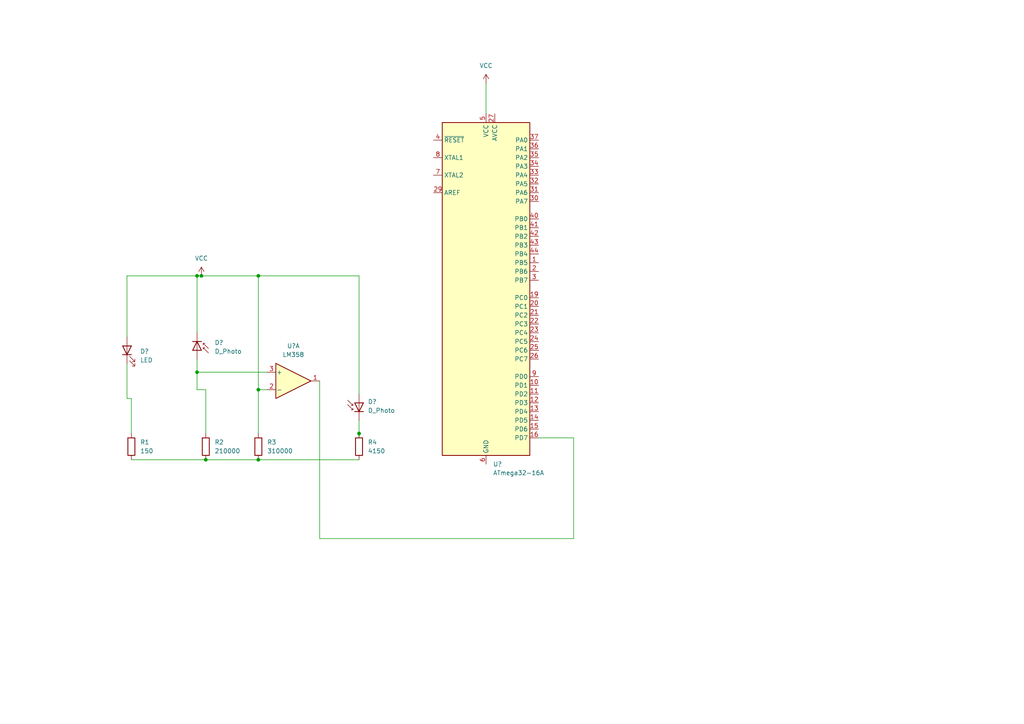
<source format=kicad_sch>
(kicad_sch (version 20211123) (generator eeschema)

  (uuid 14680b86-270f-4a11-ae99-c4b62a23e833)

  (paper "A4")

  (lib_symbols
    (symbol "Amplifier_Operational:LM358" (pin_names (offset 0.127)) (in_bom yes) (on_board yes)
      (property "Reference" "U" (id 0) (at 0 5.08 0)
        (effects (font (size 1.27 1.27)) (justify left))
      )
      (property "Value" "LM358" (id 1) (at 0 -5.08 0)
        (effects (font (size 1.27 1.27)) (justify left))
      )
      (property "Footprint" "" (id 2) (at 0 0 0)
        (effects (font (size 1.27 1.27)) hide)
      )
      (property "Datasheet" "http://www.ti.com/lit/ds/symlink/lm2904-n.pdf" (id 3) (at 0 0 0)
        (effects (font (size 1.27 1.27)) hide)
      )
      (property "ki_locked" "" (id 4) (at 0 0 0)
        (effects (font (size 1.27 1.27)))
      )
      (property "ki_keywords" "dual opamp" (id 5) (at 0 0 0)
        (effects (font (size 1.27 1.27)) hide)
      )
      (property "ki_description" "Low-Power, Dual Operational Amplifiers, DIP-8/SOIC-8/TO-99-8" (id 6) (at 0 0 0)
        (effects (font (size 1.27 1.27)) hide)
      )
      (property "ki_fp_filters" "SOIC*3.9x4.9mm*P1.27mm* DIP*W7.62mm* TO*99* OnSemi*Micro8* TSSOP*3x3mm*P0.65mm* TSSOP*4.4x3mm*P0.65mm* MSOP*3x3mm*P0.65mm* SSOP*3.9x4.9mm*P0.635mm* LFCSP*2x2mm*P0.5mm* *SIP* SOIC*5.3x6.2mm*P1.27mm*" (id 7) (at 0 0 0)
        (effects (font (size 1.27 1.27)) hide)
      )
      (symbol "LM358_1_1"
        (polyline
          (pts
            (xy -5.08 5.08)
            (xy 5.08 0)
            (xy -5.08 -5.08)
            (xy -5.08 5.08)
          )
          (stroke (width 0.254) (type default) (color 0 0 0 0))
          (fill (type background))
        )
        (pin output line (at 7.62 0 180) (length 2.54)
          (name "~" (effects (font (size 1.27 1.27))))
          (number "1" (effects (font (size 1.27 1.27))))
        )
        (pin input line (at -7.62 -2.54 0) (length 2.54)
          (name "-" (effects (font (size 1.27 1.27))))
          (number "2" (effects (font (size 1.27 1.27))))
        )
        (pin input line (at -7.62 2.54 0) (length 2.54)
          (name "+" (effects (font (size 1.27 1.27))))
          (number "3" (effects (font (size 1.27 1.27))))
        )
      )
      (symbol "LM358_2_1"
        (polyline
          (pts
            (xy -5.08 5.08)
            (xy 5.08 0)
            (xy -5.08 -5.08)
            (xy -5.08 5.08)
          )
          (stroke (width 0.254) (type default) (color 0 0 0 0))
          (fill (type background))
        )
        (pin input line (at -7.62 2.54 0) (length 2.54)
          (name "+" (effects (font (size 1.27 1.27))))
          (number "5" (effects (font (size 1.27 1.27))))
        )
        (pin input line (at -7.62 -2.54 0) (length 2.54)
          (name "-" (effects (font (size 1.27 1.27))))
          (number "6" (effects (font (size 1.27 1.27))))
        )
        (pin output line (at 7.62 0 180) (length 2.54)
          (name "~" (effects (font (size 1.27 1.27))))
          (number "7" (effects (font (size 1.27 1.27))))
        )
      )
      (symbol "LM358_3_1"
        (pin power_in line (at -2.54 -7.62 90) (length 3.81)
          (name "V-" (effects (font (size 1.27 1.27))))
          (number "4" (effects (font (size 1.27 1.27))))
        )
        (pin power_in line (at -2.54 7.62 270) (length 3.81)
          (name "V+" (effects (font (size 1.27 1.27))))
          (number "8" (effects (font (size 1.27 1.27))))
        )
      )
    )
    (symbol "Device:D_Photo" (pin_numbers hide) (pin_names hide) (in_bom yes) (on_board yes)
      (property "Reference" "D" (id 0) (at 0.508 1.778 0)
        (effects (font (size 1.27 1.27)) (justify left))
      )
      (property "Value" "D_Photo" (id 1) (at -1.016 -2.794 0)
        (effects (font (size 1.27 1.27)))
      )
      (property "Footprint" "" (id 2) (at -1.27 0 0)
        (effects (font (size 1.27 1.27)) hide)
      )
      (property "Datasheet" "~" (id 3) (at -1.27 0 0)
        (effects (font (size 1.27 1.27)) hide)
      )
      (property "ki_keywords" "photodiode diode opto" (id 4) (at 0 0 0)
        (effects (font (size 1.27 1.27)) hide)
      )
      (property "ki_description" "Photodiode" (id 5) (at 0 0 0)
        (effects (font (size 1.27 1.27)) hide)
      )
      (symbol "D_Photo_0_1"
        (polyline
          (pts
            (xy -2.54 1.27)
            (xy -2.54 -1.27)
          )
          (stroke (width 0.254) (type default) (color 0 0 0 0))
          (fill (type none))
        )
        (polyline
          (pts
            (xy -2.032 1.778)
            (xy -1.524 1.778)
          )
          (stroke (width 0) (type default) (color 0 0 0 0))
          (fill (type none))
        )
        (polyline
          (pts
            (xy 0 0)
            (xy -2.54 0)
          )
          (stroke (width 0) (type default) (color 0 0 0 0))
          (fill (type none))
        )
        (polyline
          (pts
            (xy -0.508 3.302)
            (xy -2.032 1.778)
            (xy -2.032 2.286)
          )
          (stroke (width 0) (type default) (color 0 0 0 0))
          (fill (type none))
        )
        (polyline
          (pts
            (xy 0 -1.27)
            (xy 0 1.27)
            (xy -2.54 0)
            (xy 0 -1.27)
          )
          (stroke (width 0.254) (type default) (color 0 0 0 0))
          (fill (type none))
        )
        (polyline
          (pts
            (xy 0.762 3.302)
            (xy -0.762 1.778)
            (xy -0.762 2.286)
            (xy -0.762 1.778)
            (xy -0.254 1.778)
          )
          (stroke (width 0) (type default) (color 0 0 0 0))
          (fill (type none))
        )
      )
      (symbol "D_Photo_1_1"
        (pin passive line (at -5.08 0 0) (length 2.54)
          (name "K" (effects (font (size 1.27 1.27))))
          (number "1" (effects (font (size 1.27 1.27))))
        )
        (pin passive line (at 2.54 0 180) (length 2.54)
          (name "A" (effects (font (size 1.27 1.27))))
          (number "2" (effects (font (size 1.27 1.27))))
        )
      )
    )
    (symbol "Device:LED" (pin_numbers hide) (pin_names (offset 1.016) hide) (in_bom yes) (on_board yes)
      (property "Reference" "D" (id 0) (at 0 2.54 0)
        (effects (font (size 1.27 1.27)))
      )
      (property "Value" "LED" (id 1) (at 0 -2.54 0)
        (effects (font (size 1.27 1.27)))
      )
      (property "Footprint" "" (id 2) (at 0 0 0)
        (effects (font (size 1.27 1.27)) hide)
      )
      (property "Datasheet" "~" (id 3) (at 0 0 0)
        (effects (font (size 1.27 1.27)) hide)
      )
      (property "ki_keywords" "LED diode" (id 4) (at 0 0 0)
        (effects (font (size 1.27 1.27)) hide)
      )
      (property "ki_description" "Light emitting diode" (id 5) (at 0 0 0)
        (effects (font (size 1.27 1.27)) hide)
      )
      (property "ki_fp_filters" "LED* LED_SMD:* LED_THT:*" (id 6) (at 0 0 0)
        (effects (font (size 1.27 1.27)) hide)
      )
      (symbol "LED_0_1"
        (polyline
          (pts
            (xy -1.27 -1.27)
            (xy -1.27 1.27)
          )
          (stroke (width 0.254) (type default) (color 0 0 0 0))
          (fill (type none))
        )
        (polyline
          (pts
            (xy -1.27 0)
            (xy 1.27 0)
          )
          (stroke (width 0) (type default) (color 0 0 0 0))
          (fill (type none))
        )
        (polyline
          (pts
            (xy 1.27 -1.27)
            (xy 1.27 1.27)
            (xy -1.27 0)
            (xy 1.27 -1.27)
          )
          (stroke (width 0.254) (type default) (color 0 0 0 0))
          (fill (type none))
        )
        (polyline
          (pts
            (xy -3.048 -0.762)
            (xy -4.572 -2.286)
            (xy -3.81 -2.286)
            (xy -4.572 -2.286)
            (xy -4.572 -1.524)
          )
          (stroke (width 0) (type default) (color 0 0 0 0))
          (fill (type none))
        )
        (polyline
          (pts
            (xy -1.778 -0.762)
            (xy -3.302 -2.286)
            (xy -2.54 -2.286)
            (xy -3.302 -2.286)
            (xy -3.302 -1.524)
          )
          (stroke (width 0) (type default) (color 0 0 0 0))
          (fill (type none))
        )
      )
      (symbol "LED_1_1"
        (pin passive line (at -3.81 0 0) (length 2.54)
          (name "K" (effects (font (size 1.27 1.27))))
          (number "1" (effects (font (size 1.27 1.27))))
        )
        (pin passive line (at 3.81 0 180) (length 2.54)
          (name "A" (effects (font (size 1.27 1.27))))
          (number "2" (effects (font (size 1.27 1.27))))
        )
      )
    )
    (symbol "Device:R" (pin_numbers hide) (pin_names (offset 0)) (in_bom yes) (on_board yes)
      (property "Reference" "R" (id 0) (at 2.032 0 90)
        (effects (font (size 1.27 1.27)))
      )
      (property "Value" "R" (id 1) (at 0 0 90)
        (effects (font (size 1.27 1.27)))
      )
      (property "Footprint" "" (id 2) (at -1.778 0 90)
        (effects (font (size 1.27 1.27)) hide)
      )
      (property "Datasheet" "~" (id 3) (at 0 0 0)
        (effects (font (size 1.27 1.27)) hide)
      )
      (property "ki_keywords" "R res resistor" (id 4) (at 0 0 0)
        (effects (font (size 1.27 1.27)) hide)
      )
      (property "ki_description" "Resistor" (id 5) (at 0 0 0)
        (effects (font (size 1.27 1.27)) hide)
      )
      (property "ki_fp_filters" "R_*" (id 6) (at 0 0 0)
        (effects (font (size 1.27 1.27)) hide)
      )
      (symbol "R_0_1"
        (rectangle (start -1.016 -2.54) (end 1.016 2.54)
          (stroke (width 0.254) (type default) (color 0 0 0 0))
          (fill (type none))
        )
      )
      (symbol "R_1_1"
        (pin passive line (at 0 3.81 270) (length 1.27)
          (name "~" (effects (font (size 1.27 1.27))))
          (number "1" (effects (font (size 1.27 1.27))))
        )
        (pin passive line (at 0 -3.81 90) (length 1.27)
          (name "~" (effects (font (size 1.27 1.27))))
          (number "2" (effects (font (size 1.27 1.27))))
        )
      )
    )
    (symbol "MCU_Microchip_ATmega:ATmega32-16A" (in_bom yes) (on_board yes)
      (property "Reference" "U" (id 0) (at -12.7 49.53 0)
        (effects (font (size 1.27 1.27)) (justify left bottom))
      )
      (property "Value" "ATmega32-16A" (id 1) (at 2.54 -49.53 0)
        (effects (font (size 1.27 1.27)) (justify left top))
      )
      (property "Footprint" "Package_QFP:TQFP-44_10x10mm_P0.8mm" (id 2) (at 0 0 0)
        (effects (font (size 1.27 1.27) italic) hide)
      )
      (property "Datasheet" "http://ww1.microchip.com/downloads/en/DeviceDoc/doc2503.pdf" (id 3) (at 0 0 0)
        (effects (font (size 1.27 1.27)) hide)
      )
      (property "ki_keywords" "AVR 8bit Microcontroller MegaAVR" (id 4) (at 0 0 0)
        (effects (font (size 1.27 1.27)) hide)
      )
      (property "ki_description" "16MHz, 32kB Flash, 2kB SRAM, 1kB EEPROM, JTAG, TQFP-44" (id 5) (at 0 0 0)
        (effects (font (size 1.27 1.27)) hide)
      )
      (property "ki_fp_filters" "TQFP*10x10mm*P0.8mm*" (id 6) (at 0 0 0)
        (effects (font (size 1.27 1.27)) hide)
      )
      (symbol "ATmega32-16A_0_1"
        (rectangle (start -12.7 -48.26) (end 12.7 48.26)
          (stroke (width 0.254) (type default) (color 0 0 0 0))
          (fill (type background))
        )
      )
      (symbol "ATmega32-16A_1_1"
        (pin bidirectional line (at 15.24 7.62 180) (length 2.54)
          (name "PB5" (effects (font (size 1.27 1.27))))
          (number "1" (effects (font (size 1.27 1.27))))
        )
        (pin bidirectional line (at 15.24 -27.94 180) (length 2.54)
          (name "PD1" (effects (font (size 1.27 1.27))))
          (number "10" (effects (font (size 1.27 1.27))))
        )
        (pin bidirectional line (at 15.24 -30.48 180) (length 2.54)
          (name "PD2" (effects (font (size 1.27 1.27))))
          (number "11" (effects (font (size 1.27 1.27))))
        )
        (pin bidirectional line (at 15.24 -33.02 180) (length 2.54)
          (name "PD3" (effects (font (size 1.27 1.27))))
          (number "12" (effects (font (size 1.27 1.27))))
        )
        (pin bidirectional line (at 15.24 -35.56 180) (length 2.54)
          (name "PD4" (effects (font (size 1.27 1.27))))
          (number "13" (effects (font (size 1.27 1.27))))
        )
        (pin bidirectional line (at 15.24 -38.1 180) (length 2.54)
          (name "PD5" (effects (font (size 1.27 1.27))))
          (number "14" (effects (font (size 1.27 1.27))))
        )
        (pin bidirectional line (at 15.24 -40.64 180) (length 2.54)
          (name "PD6" (effects (font (size 1.27 1.27))))
          (number "15" (effects (font (size 1.27 1.27))))
        )
        (pin bidirectional line (at 15.24 -43.18 180) (length 2.54)
          (name "PD7" (effects (font (size 1.27 1.27))))
          (number "16" (effects (font (size 1.27 1.27))))
        )
        (pin passive line (at 0 50.8 270) (length 2.54) hide
          (name "VCC" (effects (font (size 1.27 1.27))))
          (number "17" (effects (font (size 1.27 1.27))))
        )
        (pin passive line (at 0 -50.8 90) (length 2.54) hide
          (name "GND" (effects (font (size 1.27 1.27))))
          (number "18" (effects (font (size 1.27 1.27))))
        )
        (pin bidirectional line (at 15.24 -2.54 180) (length 2.54)
          (name "PC0" (effects (font (size 1.27 1.27))))
          (number "19" (effects (font (size 1.27 1.27))))
        )
        (pin bidirectional line (at 15.24 5.08 180) (length 2.54)
          (name "PB6" (effects (font (size 1.27 1.27))))
          (number "2" (effects (font (size 1.27 1.27))))
        )
        (pin bidirectional line (at 15.24 -5.08 180) (length 2.54)
          (name "PC1" (effects (font (size 1.27 1.27))))
          (number "20" (effects (font (size 1.27 1.27))))
        )
        (pin bidirectional line (at 15.24 -7.62 180) (length 2.54)
          (name "PC2" (effects (font (size 1.27 1.27))))
          (number "21" (effects (font (size 1.27 1.27))))
        )
        (pin bidirectional line (at 15.24 -10.16 180) (length 2.54)
          (name "PC3" (effects (font (size 1.27 1.27))))
          (number "22" (effects (font (size 1.27 1.27))))
        )
        (pin bidirectional line (at 15.24 -12.7 180) (length 2.54)
          (name "PC4" (effects (font (size 1.27 1.27))))
          (number "23" (effects (font (size 1.27 1.27))))
        )
        (pin bidirectional line (at 15.24 -15.24 180) (length 2.54)
          (name "PC5" (effects (font (size 1.27 1.27))))
          (number "24" (effects (font (size 1.27 1.27))))
        )
        (pin bidirectional line (at 15.24 -17.78 180) (length 2.54)
          (name "PC6" (effects (font (size 1.27 1.27))))
          (number "25" (effects (font (size 1.27 1.27))))
        )
        (pin bidirectional line (at 15.24 -20.32 180) (length 2.54)
          (name "PC7" (effects (font (size 1.27 1.27))))
          (number "26" (effects (font (size 1.27 1.27))))
        )
        (pin power_in line (at 2.54 50.8 270) (length 2.54)
          (name "AVCC" (effects (font (size 1.27 1.27))))
          (number "27" (effects (font (size 1.27 1.27))))
        )
        (pin passive line (at 0 -50.8 90) (length 2.54) hide
          (name "GND" (effects (font (size 1.27 1.27))))
          (number "28" (effects (font (size 1.27 1.27))))
        )
        (pin passive line (at -15.24 27.94 0) (length 2.54)
          (name "AREF" (effects (font (size 1.27 1.27))))
          (number "29" (effects (font (size 1.27 1.27))))
        )
        (pin bidirectional line (at 15.24 2.54 180) (length 2.54)
          (name "PB7" (effects (font (size 1.27 1.27))))
          (number "3" (effects (font (size 1.27 1.27))))
        )
        (pin bidirectional line (at 15.24 25.4 180) (length 2.54)
          (name "PA7" (effects (font (size 1.27 1.27))))
          (number "30" (effects (font (size 1.27 1.27))))
        )
        (pin bidirectional line (at 15.24 27.94 180) (length 2.54)
          (name "PA6" (effects (font (size 1.27 1.27))))
          (number "31" (effects (font (size 1.27 1.27))))
        )
        (pin bidirectional line (at 15.24 30.48 180) (length 2.54)
          (name "PA5" (effects (font (size 1.27 1.27))))
          (number "32" (effects (font (size 1.27 1.27))))
        )
        (pin bidirectional line (at 15.24 33.02 180) (length 2.54)
          (name "PA4" (effects (font (size 1.27 1.27))))
          (number "33" (effects (font (size 1.27 1.27))))
        )
        (pin bidirectional line (at 15.24 35.56 180) (length 2.54)
          (name "PA3" (effects (font (size 1.27 1.27))))
          (number "34" (effects (font (size 1.27 1.27))))
        )
        (pin bidirectional line (at 15.24 38.1 180) (length 2.54)
          (name "PA2" (effects (font (size 1.27 1.27))))
          (number "35" (effects (font (size 1.27 1.27))))
        )
        (pin bidirectional line (at 15.24 40.64 180) (length 2.54)
          (name "PA1" (effects (font (size 1.27 1.27))))
          (number "36" (effects (font (size 1.27 1.27))))
        )
        (pin bidirectional line (at 15.24 43.18 180) (length 2.54)
          (name "PA0" (effects (font (size 1.27 1.27))))
          (number "37" (effects (font (size 1.27 1.27))))
        )
        (pin passive line (at 0 50.8 270) (length 2.54) hide
          (name "VCC" (effects (font (size 1.27 1.27))))
          (number "38" (effects (font (size 1.27 1.27))))
        )
        (pin passive line (at 0 -50.8 90) (length 2.54) hide
          (name "GND" (effects (font (size 1.27 1.27))))
          (number "39" (effects (font (size 1.27 1.27))))
        )
        (pin input line (at -15.24 43.18 0) (length 2.54)
          (name "~{RESET}" (effects (font (size 1.27 1.27))))
          (number "4" (effects (font (size 1.27 1.27))))
        )
        (pin bidirectional line (at 15.24 20.32 180) (length 2.54)
          (name "PB0" (effects (font (size 1.27 1.27))))
          (number "40" (effects (font (size 1.27 1.27))))
        )
        (pin bidirectional line (at 15.24 17.78 180) (length 2.54)
          (name "PB1" (effects (font (size 1.27 1.27))))
          (number "41" (effects (font (size 1.27 1.27))))
        )
        (pin bidirectional line (at 15.24 15.24 180) (length 2.54)
          (name "PB2" (effects (font (size 1.27 1.27))))
          (number "42" (effects (font (size 1.27 1.27))))
        )
        (pin bidirectional line (at 15.24 12.7 180) (length 2.54)
          (name "PB3" (effects (font (size 1.27 1.27))))
          (number "43" (effects (font (size 1.27 1.27))))
        )
        (pin bidirectional line (at 15.24 10.16 180) (length 2.54)
          (name "PB4" (effects (font (size 1.27 1.27))))
          (number "44" (effects (font (size 1.27 1.27))))
        )
        (pin power_in line (at 0 50.8 270) (length 2.54)
          (name "VCC" (effects (font (size 1.27 1.27))))
          (number "5" (effects (font (size 1.27 1.27))))
        )
        (pin power_in line (at 0 -50.8 90) (length 2.54)
          (name "GND" (effects (font (size 1.27 1.27))))
          (number "6" (effects (font (size 1.27 1.27))))
        )
        (pin output line (at -15.24 33.02 0) (length 2.54)
          (name "XTAL2" (effects (font (size 1.27 1.27))))
          (number "7" (effects (font (size 1.27 1.27))))
        )
        (pin input line (at -15.24 38.1 0) (length 2.54)
          (name "XTAL1" (effects (font (size 1.27 1.27))))
          (number "8" (effects (font (size 1.27 1.27))))
        )
        (pin bidirectional line (at 15.24 -25.4 180) (length 2.54)
          (name "PD0" (effects (font (size 1.27 1.27))))
          (number "9" (effects (font (size 1.27 1.27))))
        )
      )
    )
    (symbol "power:VCC" (power) (pin_names (offset 0)) (in_bom yes) (on_board yes)
      (property "Reference" "#PWR" (id 0) (at 0 -3.81 0)
        (effects (font (size 1.27 1.27)) hide)
      )
      (property "Value" "VCC" (id 1) (at 0 3.81 0)
        (effects (font (size 1.27 1.27)))
      )
      (property "Footprint" "" (id 2) (at 0 0 0)
        (effects (font (size 1.27 1.27)) hide)
      )
      (property "Datasheet" "" (id 3) (at 0 0 0)
        (effects (font (size 1.27 1.27)) hide)
      )
      (property "ki_keywords" "power-flag" (id 4) (at 0 0 0)
        (effects (font (size 1.27 1.27)) hide)
      )
      (property "ki_description" "Power symbol creates a global label with name \"VCC\"" (id 5) (at 0 0 0)
        (effects (font (size 1.27 1.27)) hide)
      )
      (symbol "VCC_0_1"
        (polyline
          (pts
            (xy -0.762 1.27)
            (xy 0 2.54)
          )
          (stroke (width 0) (type default) (color 0 0 0 0))
          (fill (type none))
        )
        (polyline
          (pts
            (xy 0 0)
            (xy 0 2.54)
          )
          (stroke (width 0) (type default) (color 0 0 0 0))
          (fill (type none))
        )
        (polyline
          (pts
            (xy 0 2.54)
            (xy 0.762 1.27)
          )
          (stroke (width 0) (type default) (color 0 0 0 0))
          (fill (type none))
        )
      )
      (symbol "VCC_1_1"
        (pin power_in line (at 0 0 90) (length 0) hide
          (name "VCC" (effects (font (size 1.27 1.27))))
          (number "1" (effects (font (size 1.27 1.27))))
        )
      )
    )
  )

  (junction (at 74.93 80.01) (diameter 0) (color 0 0 0 0)
    (uuid 00172deb-17df-4507-bada-adf222e69d5e)
  )
  (junction (at 74.93 113.03) (diameter 0) (color 0 0 0 0)
    (uuid 46d1222f-a7c4-4f95-bf5f-d2da05975058)
  )
  (junction (at 59.69 133.35) (diameter 0) (color 0 0 0 0)
    (uuid 69189fad-31b3-451c-b783-58c5609f85ea)
  )
  (junction (at 74.93 133.35) (diameter 0) (color 0 0 0 0)
    (uuid 73d91329-9f2b-4e5d-9434-30d8aa008a1d)
  )
  (junction (at 58.42 80.01) (diameter 0) (color 0 0 0 0)
    (uuid a1f17e33-03af-4f21-bba0-09551f137489)
  )
  (junction (at 57.15 107.95) (diameter 0) (color 0 0 0 0)
    (uuid a56da548-eef2-4796-b317-6e6be0eef0bb)
  )
  (junction (at 57.15 80.01) (diameter 0) (color 0 0 0 0)
    (uuid ab504e63-327e-477c-8164-10f64e4107da)
  )
  (junction (at 104.14 125.73) (diameter 0) (color 0 0 0 0)
    (uuid cf621f2d-58fd-453f-82db-8735307b0ffd)
  )

  (wire (pts (xy 77.47 113.03) (xy 74.93 113.03))
    (stroke (width 0) (type default) (color 0 0 0 0))
    (uuid 15a68d8f-8b3b-4eaa-9fef-a9bce923f8ff)
  )
  (wire (pts (xy 38.1 133.35) (xy 59.69 133.35))
    (stroke (width 0) (type default) (color 0 0 0 0))
    (uuid 26a31f08-c658-4d54-b267-08ad66e6cfcb)
  )
  (wire (pts (xy 74.93 80.01) (xy 104.14 80.01))
    (stroke (width 0) (type default) (color 0 0 0 0))
    (uuid 31bbbcf5-5180-4597-91b9-25d88f260415)
  )
  (wire (pts (xy 36.83 80.01) (xy 57.15 80.01))
    (stroke (width 0) (type default) (color 0 0 0 0))
    (uuid 4adb033e-fcf4-43fe-83fb-47aeebcb1bb7)
  )
  (wire (pts (xy 74.93 133.35) (xy 104.14 133.35))
    (stroke (width 0) (type default) (color 0 0 0 0))
    (uuid 590851f5-f714-48ff-9656-5a8dce94f16c)
  )
  (wire (pts (xy 59.69 125.73) (xy 59.69 113.03))
    (stroke (width 0) (type default) (color 0 0 0 0))
    (uuid 59a887aa-605d-4268-acb6-bf5a50b5a289)
  )
  (wire (pts (xy 59.69 113.03) (xy 57.15 113.03))
    (stroke (width 0) (type default) (color 0 0 0 0))
    (uuid 66da169d-6472-4175-8952-c58ae83c25b7)
  )
  (wire (pts (xy 57.15 107.95) (xy 77.47 107.95))
    (stroke (width 0) (type default) (color 0 0 0 0))
    (uuid 68577efe-08c8-433b-bc3f-4a346b8b353f)
  )
  (wire (pts (xy 38.1 115.57) (xy 36.83 115.57))
    (stroke (width 0) (type default) (color 0 0 0 0))
    (uuid 7150afa7-efbd-4f6b-9796-fc847948862e)
  )
  (wire (pts (xy 74.93 80.01) (xy 74.93 113.03))
    (stroke (width 0) (type default) (color 0 0 0 0))
    (uuid 7d69f26b-5bbc-4189-b56b-2a6c09d87223)
  )
  (wire (pts (xy 104.14 125.73) (xy 104.14 127))
    (stroke (width 0) (type default) (color 0 0 0 0))
    (uuid 82f63e9b-c05d-4caa-8a4a-0d59d4898602)
  )
  (wire (pts (xy 140.97 24.13) (xy 140.97 33.02))
    (stroke (width 0) (type default) (color 0 0 0 0))
    (uuid 848c2e4c-a77e-47d1-b03a-b78b4e11c101)
  )
  (wire (pts (xy 57.15 104.14) (xy 57.15 107.95))
    (stroke (width 0) (type default) (color 0 0 0 0))
    (uuid 8544fbcd-a184-41d4-b27e-d4f6af9e4cbc)
  )
  (wire (pts (xy 57.15 96.52) (xy 57.15 80.01))
    (stroke (width 0) (type default) (color 0 0 0 0))
    (uuid 8e31404c-a357-42ea-975b-a29110b15cb5)
  )
  (wire (pts (xy 104.14 80.01) (xy 104.14 114.3))
    (stroke (width 0) (type default) (color 0 0 0 0))
    (uuid 95a056b8-b2ec-40fb-a02e-a81ca109d40c)
  )
  (wire (pts (xy 57.15 80.01) (xy 58.42 80.01))
    (stroke (width 0) (type default) (color 0 0 0 0))
    (uuid 96a9d132-9b2b-4ae6-a61f-3f0386116246)
  )
  (wire (pts (xy 36.83 115.57) (xy 36.83 105.41))
    (stroke (width 0) (type default) (color 0 0 0 0))
    (uuid a07cc8b2-2086-4d25-a6de-df8ac3984ce2)
  )
  (wire (pts (xy 59.69 133.35) (xy 74.93 133.35))
    (stroke (width 0) (type default) (color 0 0 0 0))
    (uuid afa0d4d0-b691-4c2d-93f8-3ee8ee6b42d6)
  )
  (wire (pts (xy 38.1 125.73) (xy 38.1 115.57))
    (stroke (width 0) (type default) (color 0 0 0 0))
    (uuid baf92a4f-cce0-41bb-8c93-57dcc4eaa4dd)
  )
  (wire (pts (xy 36.83 97.79) (xy 36.83 80.01))
    (stroke (width 0) (type default) (color 0 0 0 0))
    (uuid c2f0dc0c-26a6-4245-8dc4-f8e8202f0331)
  )
  (wire (pts (xy 156.21 127) (xy 166.37 127))
    (stroke (width 0) (type default) (color 0 0 0 0))
    (uuid d02931a8-1d0c-400c-9a74-c9144654df71)
  )
  (wire (pts (xy 58.42 80.01) (xy 74.93 80.01))
    (stroke (width 0) (type default) (color 0 0 0 0))
    (uuid d1e12b11-fefe-4261-ac79-0061b4fcc466)
  )
  (wire (pts (xy 57.15 107.95) (xy 57.15 113.03))
    (stroke (width 0) (type default) (color 0 0 0 0))
    (uuid e618ce6b-4d38-43d7-b7fd-a70ccb40d051)
  )
  (wire (pts (xy 92.71 156.21) (xy 166.37 156.21))
    (stroke (width 0) (type default) (color 0 0 0 0))
    (uuid e9be2339-b15e-4506-b808-1fcaed4366ed)
  )
  (wire (pts (xy 104.14 121.92) (xy 104.14 125.73))
    (stroke (width 0) (type default) (color 0 0 0 0))
    (uuid eb9bf0af-f49f-4f45-b7a0-48ecb9b87ade)
  )
  (wire (pts (xy 74.93 113.03) (xy 74.93 125.73))
    (stroke (width 0) (type default) (color 0 0 0 0))
    (uuid fa46113a-3008-4aa2-9cbb-bafef25b72d7)
  )
  (wire (pts (xy 92.71 156.21) (xy 92.71 110.49))
    (stroke (width 0) (type default) (color 0 0 0 0))
    (uuid feeff113-b031-42b8-b806-3239762ff7d2)
  )
  (wire (pts (xy 166.37 127) (xy 166.37 156.21))
    (stroke (width 0) (type default) (color 0 0 0 0))
    (uuid ff7d6ec7-ee2e-4b18-98c1-a3312206ce25)
  )

  (symbol (lib_id "Device:D_Photo") (at 57.15 101.6 270) (unit 1)
    (in_bom yes) (on_board yes) (fields_autoplaced)
    (uuid 171cb863-0aa7-4a7c-a090-b1f90008729e)
    (property "Reference" "D?" (id 0) (at 62.23 99.3774 90)
      (effects (font (size 1.27 1.27)) (justify left))
    )
    (property "Value" "D_Photo" (id 1) (at 62.23 101.9174 90)
      (effects (font (size 1.27 1.27)) (justify left))
    )
    (property "Footprint" "" (id 2) (at 57.15 100.33 0)
      (effects (font (size 1.27 1.27)) hide)
    )
    (property "Datasheet" "~" (id 3) (at 57.15 100.33 0)
      (effects (font (size 1.27 1.27)) hide)
    )
    (pin "1" (uuid 001f3923-6ba5-4b0d-a97a-21861952be56))
    (pin "2" (uuid 1e762471-ae1b-4a8b-937a-6f8d82af8fe8))
  )

  (symbol (lib_id "Device:LED") (at 36.83 101.6 90) (unit 1)
    (in_bom yes) (on_board yes) (fields_autoplaced)
    (uuid 1d5da853-01bf-4bb6-b2fa-c66cfeb9c561)
    (property "Reference" "D?" (id 0) (at 40.64 101.9174 90)
      (effects (font (size 1.27 1.27)) (justify right))
    )
    (property "Value" "LED" (id 1) (at 40.64 104.4574 90)
      (effects (font (size 1.27 1.27)) (justify right))
    )
    (property "Footprint" "" (id 2) (at 36.83 101.6 0)
      (effects (font (size 1.27 1.27)) hide)
    )
    (property "Datasheet" "~" (id 3) (at 36.83 101.6 0)
      (effects (font (size 1.27 1.27)) hide)
    )
    (pin "1" (uuid 5bcba927-4579-4917-9c29-64c6dd6b91cc))
    (pin "2" (uuid 05059c18-01b2-4fdb-bf9b-1fcd1dab7f6f))
  )

  (symbol (lib_id "power:VCC") (at 140.97 24.13 0) (unit 1)
    (in_bom yes) (on_board yes) (fields_autoplaced)
    (uuid 37d80207-32ed-48bd-a07b-3c07632b2726)
    (property "Reference" "#PWR?" (id 0) (at 140.97 27.94 0)
      (effects (font (size 1.27 1.27)) hide)
    )
    (property "Value" "VCC" (id 1) (at 140.97 19.05 0))
    (property "Footprint" "" (id 2) (at 140.97 24.13 0)
      (effects (font (size 1.27 1.27)) hide)
    )
    (property "Datasheet" "" (id 3) (at 140.97 24.13 0)
      (effects (font (size 1.27 1.27)) hide)
    )
    (pin "1" (uuid a6a5fa9f-56c2-4fda-af06-8a28ac5d4c9c))
  )

  (symbol (lib_id "power:VCC") (at 58.42 80.01 0) (unit 1)
    (in_bom yes) (on_board yes) (fields_autoplaced)
    (uuid 3e2bdf9a-7137-49e0-a14d-ea5d88f47f61)
    (property "Reference" "#PWR?" (id 0) (at 58.42 83.82 0)
      (effects (font (size 1.27 1.27)) hide)
    )
    (property "Value" "VCC" (id 1) (at 58.42 74.93 0))
    (property "Footprint" "" (id 2) (at 58.42 80.01 0)
      (effects (font (size 1.27 1.27)) hide)
    )
    (property "Datasheet" "" (id 3) (at 58.42 80.01 0)
      (effects (font (size 1.27 1.27)) hide)
    )
    (pin "1" (uuid 35fdb5ee-edd4-436a-b1d5-129145a00c2c))
  )

  (symbol (lib_id "Amplifier_Operational:LM358") (at 85.09 110.49 0) (unit 1)
    (in_bom yes) (on_board yes) (fields_autoplaced)
    (uuid 416ce038-9118-466f-9650-ed4f92051002)
    (property "Reference" "U?" (id 0) (at 85.09 100.33 0))
    (property "Value" "LM358" (id 1) (at 85.09 102.87 0))
    (property "Footprint" "" (id 2) (at 85.09 110.49 0)
      (effects (font (size 1.27 1.27)) hide)
    )
    (property "Datasheet" "http://www.ti.com/lit/ds/symlink/lm2904-n.pdf" (id 3) (at 85.09 110.49 0)
      (effects (font (size 1.27 1.27)) hide)
    )
    (pin "1" (uuid 5fc9eee2-1434-46be-896d-53e0d448629e))
    (pin "2" (uuid 4a6bfb82-bc94-4294-8b9d-e189cb0bd427))
    (pin "3" (uuid 8363ff63-9c7a-4ca8-9025-27b476a0f902))
    (pin "5" (uuid a8a93374-ba4c-45cb-a1b8-e4be1bac43a4))
    (pin "6" (uuid 60f6d043-1db1-486a-8857-5c44e58b4de5))
    (pin "7" (uuid 81646ec7-1b24-4372-9f53-24c90e736eb2))
    (pin "4" (uuid e7881456-d7fb-40a0-bb19-3170d67bf9bf))
    (pin "8" (uuid 4004c7f8-4bb7-4706-88f6-e415d2816ba7))
  )

  (symbol (lib_id "MCU_Microchip_ATmega:ATmega32-16A") (at 140.97 83.82 0) (unit 1)
    (in_bom yes) (on_board yes) (fields_autoplaced)
    (uuid 55918eb8-e47c-43d9-b1c4-9fec016cb08d)
    (property "Reference" "U?" (id 0) (at 142.9894 134.62 0)
      (effects (font (size 1.27 1.27)) (justify left))
    )
    (property "Value" "ATmega32-16A" (id 1) (at 142.9894 137.16 0)
      (effects (font (size 1.27 1.27)) (justify left))
    )
    (property "Footprint" "Package_QFP:TQFP-44_10x10mm_P0.8mm" (id 2) (at 140.97 83.82 0)
      (effects (font (size 1.27 1.27) italic) hide)
    )
    (property "Datasheet" "http://ww1.microchip.com/downloads/en/DeviceDoc/doc2503.pdf" (id 3) (at 140.97 83.82 0)
      (effects (font (size 1.27 1.27)) hide)
    )
    (pin "1" (uuid efa68522-a5e4-491c-8b1f-d405575ed50d))
    (pin "10" (uuid 2b54e324-a2e8-48a2-9b18-37bd1048d926))
    (pin "11" (uuid 5e23ebd6-cc01-4d6b-a51c-409ba8fe9cdc))
    (pin "12" (uuid b120d06e-ab98-465b-9060-4c23cb312782))
    (pin "13" (uuid 2ae69812-a654-4271-a035-85628bda8364))
    (pin "14" (uuid 6db1aea8-8991-40d0-a063-e880ed466467))
    (pin "15" (uuid 92107c65-3832-458a-b282-916855a8a33a))
    (pin "16" (uuid dce51979-3b32-447d-b00e-5986a9473bc7))
    (pin "17" (uuid 738120eb-66b2-4496-8ae9-4795aecdd9cc))
    (pin "18" (uuid eff0615b-504c-4309-a369-8a60826b513f))
    (pin "19" (uuid e706ef78-ea8a-430e-83bf-b92efb73c084))
    (pin "2" (uuid e82492fc-1e3f-4bd5-b58f-e8e1627dadce))
    (pin "20" (uuid 1ae2071f-0c3e-49a6-8f54-fe407e1c04f7))
    (pin "21" (uuid 9e37d31a-cd1a-4674-a1ed-4eb8ce9adebe))
    (pin "22" (uuid 0acc88f0-263d-4eb3-84af-0f719b6119e3))
    (pin "23" (uuid 85e6706f-fe34-4890-a452-fbd49b374563))
    (pin "24" (uuid f5447c9e-11be-4387-bd18-9118c02cda7d))
    (pin "25" (uuid a48a4be0-c88d-4a33-83e8-66f64bb82691))
    (pin "26" (uuid c5ef3e58-c203-4806-92d1-73f381c4bff3))
    (pin "27" (uuid 99a1e690-fc28-4773-92e6-2cbfab7b4943))
    (pin "28" (uuid 445cb9c6-87fe-43d8-b90f-e4105f45fee1))
    (pin "29" (uuid 3f7933fc-90ff-4769-a9c1-69ea62131b6c))
    (pin "3" (uuid db6110ef-a398-4d89-b0d6-79e5227ec0ac))
    (pin "30" (uuid 972ec4e2-e428-41fa-83c8-98cc0c9fc8b1))
    (pin "31" (uuid 5c8456f2-10e7-48e6-9696-2c9d3e035b27))
    (pin "32" (uuid c686b2db-49ae-4dfd-aa87-585b8ed95a72))
    (pin "33" (uuid 6abf6d47-d27a-485f-8d7e-ffe8a9fc53ad))
    (pin "34" (uuid f72eb805-508c-4620-9c90-70d69dabd1f3))
    (pin "35" (uuid b49c1cc2-a57e-4960-a083-5e9cd183e8cf))
    (pin "36" (uuid 4593c2a0-b82d-4897-8a5e-21480ad910ee))
    (pin "37" (uuid 4ccf0f04-94ce-4cf6-832a-d5d2400aa628))
    (pin "38" (uuid d1cb3d1a-f87f-4b51-995e-63be00016205))
    (pin "39" (uuid 5f912ff2-2159-431c-b6a1-ceaa5b91086b))
    (pin "4" (uuid a56bcd4d-0920-4d29-8ae0-d7d82cf06491))
    (pin "40" (uuid 5360bd28-8c40-49de-b5d4-07d43626a9fb))
    (pin "41" (uuid 92e16b1f-0c3c-42b1-99df-d4cdd0602132))
    (pin "42" (uuid 3fb180f2-66bb-43c8-8d21-59c4f064c566))
    (pin "43" (uuid 5fca6e64-3c49-4f19-8aa6-bf9d96994564))
    (pin "44" (uuid 928592e5-a5a8-42f7-9f5c-598e23036161))
    (pin "5" (uuid 82299567-ee65-4f82-af5e-e27190b60073))
    (pin "6" (uuid 2c01355a-4d3d-437a-b719-34417b24d03c))
    (pin "7" (uuid b0477ae0-72cc-451d-ad06-b2eeaeec7d43))
    (pin "8" (uuid d91c26bd-239b-48a3-a27f-65a98e5799e5))
    (pin "9" (uuid 1155eca1-7f64-4417-8257-1ac63880423a))
  )

  (symbol (lib_id "Device:R") (at 74.93 129.54 0) (unit 1)
    (in_bom yes) (on_board yes) (fields_autoplaced)
    (uuid 5ad8cf22-4af1-4967-83ad-6469c3836aed)
    (property "Reference" "R3" (id 0) (at 77.47 128.2699 0)
      (effects (font (size 1.27 1.27)) (justify left))
    )
    (property "Value" "310000" (id 1) (at 77.47 130.8099 0)
      (effects (font (size 1.27 1.27)) (justify left))
    )
    (property "Footprint" "" (id 2) (at 73.152 129.54 90)
      (effects (font (size 1.27 1.27)) hide)
    )
    (property "Datasheet" "~" (id 3) (at 74.93 129.54 0)
      (effects (font (size 1.27 1.27)) hide)
    )
    (pin "1" (uuid a8144043-492f-4c9d-8fca-d77def4c174f))
    (pin "2" (uuid 49e5a01a-d00d-4f91-8699-0a321e6e5451))
  )

  (symbol (lib_id "Device:R") (at 104.14 129.54 0) (unit 1)
    (in_bom yes) (on_board yes) (fields_autoplaced)
    (uuid 5b112bcf-3a06-4d64-875f-f4a34925342f)
    (property "Reference" "R4" (id 0) (at 106.68 128.2699 0)
      (effects (font (size 1.27 1.27)) (justify left))
    )
    (property "Value" "4150" (id 1) (at 106.68 130.8099 0)
      (effects (font (size 1.27 1.27)) (justify left))
    )
    (property "Footprint" "" (id 2) (at 102.362 129.54 90)
      (effects (font (size 1.27 1.27)) hide)
    )
    (property "Datasheet" "~" (id 3) (at 104.14 129.54 0)
      (effects (font (size 1.27 1.27)) hide)
    )
    (pin "1" (uuid b555f601-8f63-4ac3-867f-00cf198e48e4))
    (pin "2" (uuid 33d88960-024c-4f87-8645-a8e12072c451))
  )

  (symbol (lib_id "Device:D_Photo") (at 104.14 116.84 90) (unit 1)
    (in_bom yes) (on_board yes) (fields_autoplaced)
    (uuid 86ccd50e-a80b-4206-867f-949af463d127)
    (property "Reference" "D?" (id 0) (at 106.68 116.5224 90)
      (effects (font (size 1.27 1.27)) (justify right))
    )
    (property "Value" "D_Photo" (id 1) (at 106.68 119.0624 90)
      (effects (font (size 1.27 1.27)) (justify right))
    )
    (property "Footprint" "" (id 2) (at 104.14 118.11 0)
      (effects (font (size 1.27 1.27)) hide)
    )
    (property "Datasheet" "~" (id 3) (at 104.14 118.11 0)
      (effects (font (size 1.27 1.27)) hide)
    )
    (pin "1" (uuid a2052c3d-31e9-47a0-83df-d403481510e8))
    (pin "2" (uuid 66c2a757-078d-4ecf-b30e-0739f6d3ec1e))
  )

  (symbol (lib_id "Device:R") (at 59.69 129.54 0) (unit 1)
    (in_bom yes) (on_board yes) (fields_autoplaced)
    (uuid ab4e7dcd-635c-4b06-bd9f-f884f5bb5fdf)
    (property "Reference" "R2" (id 0) (at 62.23 128.2699 0)
      (effects (font (size 1.27 1.27)) (justify left))
    )
    (property "Value" "210000" (id 1) (at 62.23 130.8099 0)
      (effects (font (size 1.27 1.27)) (justify left))
    )
    (property "Footprint" "" (id 2) (at 57.912 129.54 90)
      (effects (font (size 1.27 1.27)) hide)
    )
    (property "Datasheet" "~" (id 3) (at 59.69 129.54 0)
      (effects (font (size 1.27 1.27)) hide)
    )
    (pin "1" (uuid 62e8b0fa-4aa0-418e-a304-34c3e21d7f47))
    (pin "2" (uuid a4d23c38-361d-4d7c-b2d9-3828b3d5cb06))
  )

  (symbol (lib_id "Device:R") (at 38.1 129.54 0) (unit 1)
    (in_bom yes) (on_board yes) (fields_autoplaced)
    (uuid fff56d15-a528-4d65-8499-14466d15b8b4)
    (property "Reference" "R1" (id 0) (at 40.64 128.2699 0)
      (effects (font (size 1.27 1.27)) (justify left))
    )
    (property "Value" "150" (id 1) (at 40.64 130.8099 0)
      (effects (font (size 1.27 1.27)) (justify left))
    )
    (property "Footprint" "" (id 2) (at 36.322 129.54 90)
      (effects (font (size 1.27 1.27)) hide)
    )
    (property "Datasheet" "~" (id 3) (at 38.1 129.54 0)
      (effects (font (size 1.27 1.27)) hide)
    )
    (pin "1" (uuid 95e664cc-0f09-4460-b429-77b091eab350))
    (pin "2" (uuid a5d46087-aa53-439e-b4a0-84a2982947f5))
  )

  (sheet_instances
    (path "/" (page "1"))
  )

  (symbol_instances
    (path "/37d80207-32ed-48bd-a07b-3c07632b2726"
      (reference "#PWR?") (unit 1) (value "VCC") (footprint "")
    )
    (path "/3e2bdf9a-7137-49e0-a14d-ea5d88f47f61"
      (reference "#PWR?") (unit 1) (value "VCC") (footprint "")
    )
    (path "/171cb863-0aa7-4a7c-a090-b1f90008729e"
      (reference "D?") (unit 1) (value "D_Photo") (footprint "")
    )
    (path "/1d5da853-01bf-4bb6-b2fa-c66cfeb9c561"
      (reference "D?") (unit 1) (value "LED") (footprint "")
    )
    (path "/86ccd50e-a80b-4206-867f-949af463d127"
      (reference "D?") (unit 1) (value "D_Photo") (footprint "")
    )
    (path "/fff56d15-a528-4d65-8499-14466d15b8b4"
      (reference "R1") (unit 1) (value "150") (footprint "")
    )
    (path "/ab4e7dcd-635c-4b06-bd9f-f884f5bb5fdf"
      (reference "R2") (unit 1) (value "210000") (footprint "")
    )
    (path "/5ad8cf22-4af1-4967-83ad-6469c3836aed"
      (reference "R3") (unit 1) (value "310000") (footprint "")
    )
    (path "/5b112bcf-3a06-4d64-875f-f4a34925342f"
      (reference "R4") (unit 1) (value "4150") (footprint "")
    )
    (path "/416ce038-9118-466f-9650-ed4f92051002"
      (reference "U?") (unit 1) (value "LM358") (footprint "")
    )
    (path "/55918eb8-e47c-43d9-b1c4-9fec016cb08d"
      (reference "U?") (unit 1) (value "ATmega32-16A") (footprint "Package_QFP:TQFP-44_10x10mm_P0.8mm")
    )
  )
)

</source>
